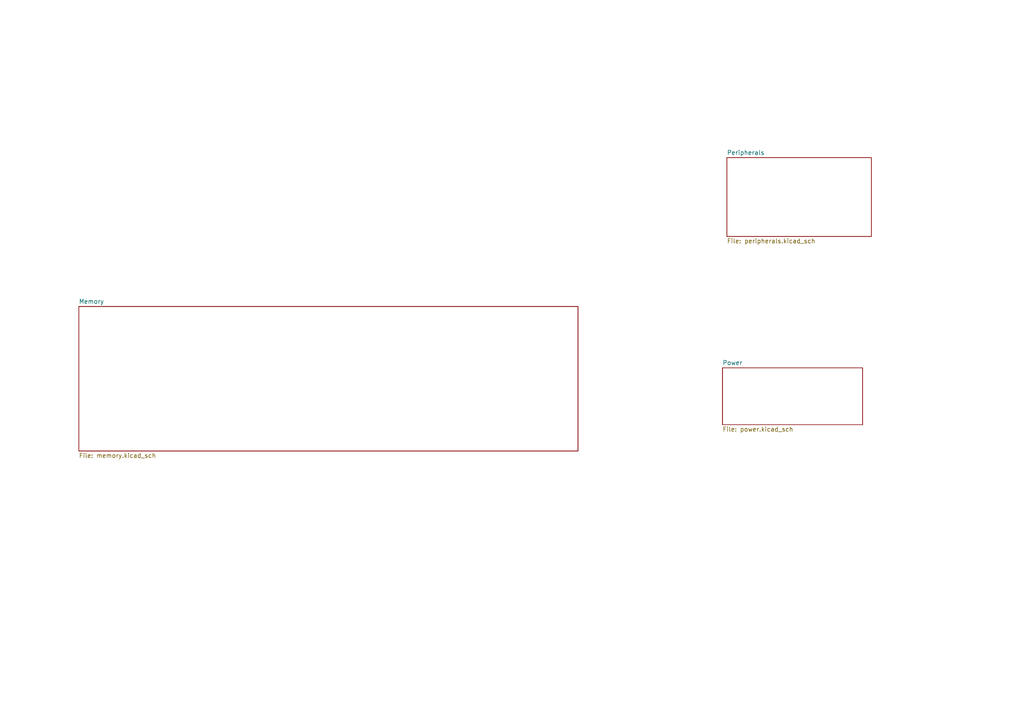
<source format=kicad_sch>
(kicad_sch
	(version 20250114)
	(generator "eeschema")
	(generator_version "9.0")
	(uuid "383d5932-50d3-4da9-a710-a7a61a84ffcc")
	(paper "A4")
	(lib_symbols)
	(sheet
		(at 22.86 88.9)
		(size 144.78 41.91)
		(exclude_from_sim no)
		(in_bom yes)
		(on_board yes)
		(dnp no)
		(fields_autoplaced yes)
		(stroke
			(width 0.1524)
			(type solid)
		)
		(fill
			(color 0 0 0 0.0000)
		)
		(uuid "7bc57775-885d-46a6-b983-1f9708e73e3c")
		(property "Sheetname" "Memory"
			(at 22.86 88.1884 0)
			(effects
				(font
					(size 1.27 1.27)
				)
				(justify left bottom)
			)
		)
		(property "Sheetfile" "memory.kicad_sch"
			(at 22.86 131.3946 0)
			(effects
				(font
					(size 1.27 1.27)
				)
				(justify left top)
			)
		)
		(instances
			(project "control hub v2"
				(path "/383d5932-50d3-4da9-a710-a7a61a84ffcc"
					(page "2")
				)
			)
		)
	)
	(sheet
		(at 210.82 45.72)
		(size 41.91 22.86)
		(exclude_from_sim no)
		(in_bom yes)
		(on_board yes)
		(dnp no)
		(fields_autoplaced yes)
		(stroke
			(width 0.1524)
			(type solid)
		)
		(fill
			(color 0 0 0 0.0000)
		)
		(uuid "b18e82e9-d3df-4852-9f7c-62a0516d528f")
		(property "Sheetname" "Peripherals"
			(at 210.82 45.0084 0)
			(effects
				(font
					(size 1.27 1.27)
				)
				(justify left bottom)
			)
		)
		(property "Sheetfile" "peripherals.kicad_sch"
			(at 210.82 69.1646 0)
			(effects
				(font
					(size 1.27 1.27)
				)
				(justify left top)
			)
		)
		(instances
			(project "control hub v2"
				(path "/383d5932-50d3-4da9-a710-a7a61a84ffcc"
					(page "4")
				)
			)
		)
	)
	(sheet
		(at 209.55 106.68)
		(size 40.64 16.51)
		(exclude_from_sim no)
		(in_bom yes)
		(on_board yes)
		(dnp no)
		(fields_autoplaced yes)
		(stroke
			(width 0.1524)
			(type solid)
		)
		(fill
			(color 0 0 0 0.0000)
		)
		(uuid "d275be74-b7c0-4bb6-95b0-0fb05390c644")
		(property "Sheetname" "Power"
			(at 209.55 105.9684 0)
			(effects
				(font
					(size 1.27 1.27)
				)
				(justify left bottom)
			)
		)
		(property "Sheetfile" "power.kicad_sch"
			(at 209.55 123.7746 0)
			(effects
				(font
					(size 1.27 1.27)
				)
				(justify left top)
			)
		)
		(instances
			(project "control hub v2"
				(path "/383d5932-50d3-4da9-a710-a7a61a84ffcc"
					(page "3")
				)
			)
		)
	)
	(sheet_instances
		(path "/"
			(page "1")
		)
	)
	(embedded_fonts no)
)

</source>
